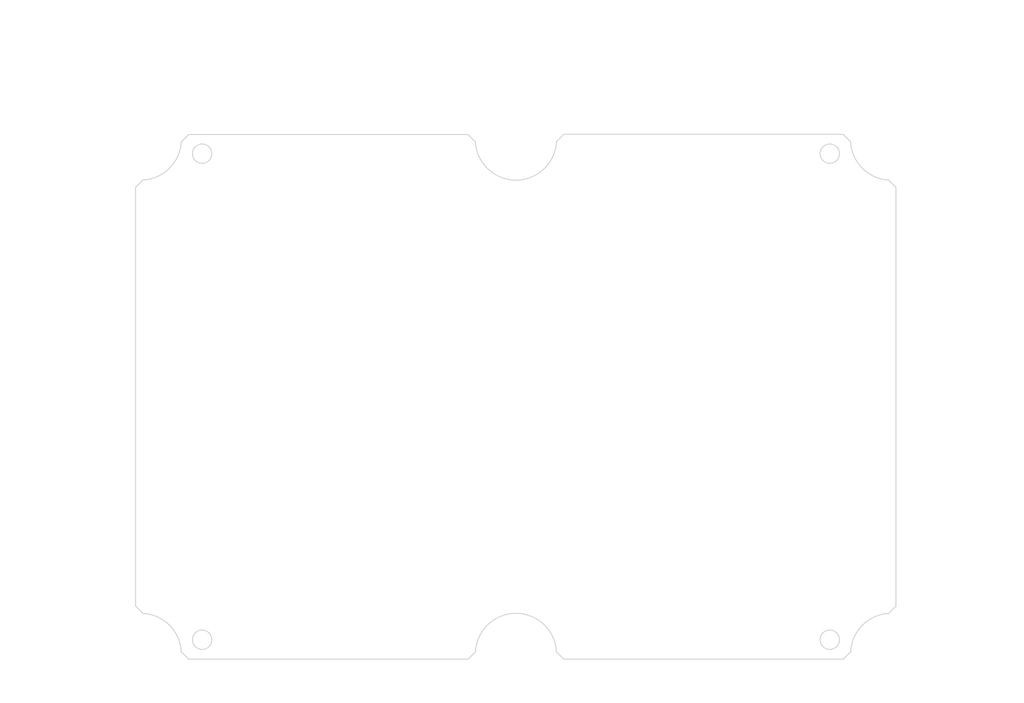
<source format=kicad_pcb>
(kicad_pcb (version 20171130) (host pcbnew "(5.1.0)-1")

  (general
    (thickness 1.6)
    (drawings 141)
    (tracks 0)
    (zones 0)
    (modules 0)
    (nets 1)
  )

  (page A3)
  (layers
    (0 F.Cu signal)
    (31 B.Cu signal)
    (32 B.Adhes user)
    (33 F.Adhes user)
    (34 B.Paste user)
    (35 F.Paste user)
    (36 B.SilkS user)
    (37 F.SilkS user)
    (38 B.Mask user)
    (39 F.Mask user)
    (40 Dwgs.User user)
    (41 Cmts.User user)
    (42 Eco1.User user)
    (43 Eco2.User user)
    (44 Edge.Cuts user)
    (45 Margin user)
    (46 B.CrtYd user)
    (47 F.CrtYd user)
    (48 B.Fab user)
    (49 F.Fab user)
  )

  (setup
    (last_trace_width 0.25)
    (trace_clearance 0.2)
    (zone_clearance 0.508)
    (zone_45_only no)
    (trace_min 0.2)
    (via_size 0.8)
    (via_drill 0.4)
    (via_min_size 0.4)
    (via_min_drill 0.3)
    (uvia_size 0.3)
    (uvia_drill 0.1)
    (uvias_allowed no)
    (uvia_min_size 0.2)
    (uvia_min_drill 0.1)
    (edge_width 0.05)
    (segment_width 0.2)
    (pcb_text_width 0.3)
    (pcb_text_size 1.5 1.5)
    (mod_edge_width 0.12)
    (mod_text_size 1 1)
    (mod_text_width 0.15)
    (pad_size 1.524 1.524)
    (pad_drill 0.762)
    (pad_to_mask_clearance 0.051)
    (solder_mask_min_width 0.25)
    (aux_axis_origin 0 0)
    (visible_elements FFFFFF7F)
    (pcbplotparams
      (layerselection 0x010fc_ffffffff)
      (usegerberextensions false)
      (usegerberattributes false)
      (usegerberadvancedattributes false)
      (creategerberjobfile false)
      (excludeedgelayer true)
      (linewidth 0.152400)
      (plotframeref false)
      (viasonmask false)
      (mode 1)
      (useauxorigin false)
      (hpglpennumber 1)
      (hpglpenspeed 20)
      (hpglpendiameter 15.000000)
      (psnegative false)
      (psa4output false)
      (plotreference true)
      (plotvalue true)
      (plotinvisibletext false)
      (padsonsilk false)
      (subtractmaskfromsilk false)
      (outputformat 1)
      (mirror false)
      (drillshape 1)
      (scaleselection 1)
      (outputdirectory ""))
  )

  (net 0 "")

  (net_class Default "This is the default net class."
    (clearance 0.2)
    (trace_width 0.25)
    (via_dia 0.8)
    (via_drill 0.4)
    (uvia_dia 0.3)
    (uvia_drill 0.1)
  )

  (gr_circle (center 274.485198 99.305843) (end 276.535198 99.305843) (layer Edge.Cuts) (width 0.2))
  (gr_circle (center 274.485198 202.305843) (end 276.535198 202.305843) (layer Edge.Cuts) (width 0.2))
  (gr_circle (center 141.485198 202.305843) (end 143.535198 202.305843) (layer Edge.Cuts) (width 0.2))
  (gr_circle (center 141.485198 99.305843) (end 143.535198 99.305843) (layer Edge.Cuts) (width 0.2))
  (gr_line (start 277.332854 95.19903) (end 218.136325 95.19903) (layer Edge.Cuts) (width 0.2))
  (gr_line (start 218.136325 95.19903) (end 216.548825 96.78653) (layer Edge.Cuts) (width 0.2))
  (gr_line (start 216.548825 96.78653) (end 216.548825 97.171483) (layer Edge.Cuts) (width 0.2))
  (gr_arc (start 207.985198 96.305843) (end 199.421571 97.171483) (angle -168.4559185) (layer Edge.Cuts) (width 0.2))
  (gr_line (start 199.421571 97.171483) (end 199.421571 96.841218) (layer Edge.Cuts) (width 0.2))
  (gr_line (start 199.421571 96.841218) (end 197.834071 95.253718) (layer Edge.Cuts) (width 0.2))
  (gr_line (start 197.834071 95.253718) (end 138.622244 95.253718) (layer Edge.Cuts) (width 0.2))
  (gr_line (start 138.622244 95.253718) (end 137.034744 96.841218) (layer Edge.Cuts) (width 0.2))
  (gr_line (start 137.034744 96.841218) (end 137.034744 97.170785) (layer Edge.Cuts) (width 0.2))
  (gr_arc (start 128.485198 96.305843) (end 129.350128 104.85539) (angle -78.44637459) (layer Edge.Cuts) (width 0.2))
  (gr_line (start 129.350128 104.85539) (end 128.975064 104.85539) (layer Edge.Cuts) (width 0.2))
  (gr_line (start 128.975064 104.85539) (end 127.387564 106.44289) (layer Edge.Cuts) (width 0.2))
  (gr_line (start 127.387564 106.44289) (end 127.387564 195.168796) (layer Edge.Cuts) (width 0.2))
  (gr_line (start 127.387564 195.168796) (end 128.975064 196.756296) (layer Edge.Cuts) (width 0.2))
  (gr_line (start 128.975064 196.756296) (end 129.350128 196.756296) (layer Edge.Cuts) (width 0.2))
  (gr_arc (start 128.485198 205.305843) (end 137.034744 204.440901) (angle -78.44637459) (layer Edge.Cuts) (width 0.2))
  (gr_line (start 137.034744 204.440901) (end 137.034744 204.825157) (layer Edge.Cuts) (width 0.2))
  (gr_line (start 137.034744 204.825157) (end 138.622244 206.412657) (layer Edge.Cuts) (width 0.2))
  (gr_line (start 138.622244 206.412657) (end 197.848151 206.412657) (layer Edge.Cuts) (width 0.2))
  (gr_line (start 197.848151 206.412657) (end 199.435651 204.825157) (layer Edge.Cuts) (width 0.2))
  (gr_line (start 199.435651 204.825157) (end 199.435651 204.440914) (layer Edge.Cuts) (width 0.2))
  (gr_arc (start 207.985198 205.305843) (end 216.534745 204.440914) (angle -168.446457) (layer Edge.Cuts) (width 0.2))
  (gr_line (start 216.534745 204.440914) (end 216.534745 204.825157) (layer Edge.Cuts) (width 0.2))
  (gr_line (start 216.534745 204.825157) (end 218.122245 206.412657) (layer Edge.Cuts) (width 0.2))
  (gr_line (start 218.122245 206.412657) (end 277.348152 206.412657) (layer Edge.Cuts) (width 0.2))
  (gr_line (start 277.348152 206.412657) (end 278.935652 204.825157) (layer Edge.Cuts) (width 0.2))
  (gr_line (start 278.935652 204.825157) (end 278.935652 204.440901) (layer Edge.Cuts) (width 0.2))
  (gr_arc (start 287.485198 205.305843) (end 286.620268 196.756296) (angle -78.44637459) (layer Edge.Cuts) (width 0.2))
  (gr_line (start 286.620268 196.756296) (end 286.916505 196.756296) (layer Edge.Cuts) (width 0.2))
  (gr_line (start 286.916505 196.756296) (end 288.504005 195.168796) (layer Edge.Cuts) (width 0.2))
  (gr_line (start 288.504005 195.168796) (end 288.504005 106.458189) (layer Edge.Cuts) (width 0.2))
  (gr_line (start 288.504005 106.458189) (end 286.916505 104.870689) (layer Edge.Cuts) (width 0.2))
  (gr_line (start 286.916505 104.870689) (end 286.619497 104.870689) (layer Edge.Cuts) (width 0.2))
  (gr_arc (start 287.485198 96.305843) (end 278.920354 97.171557) (angle -78.45665413) (layer Edge.Cuts) (width 0.2))
  (gr_line (start 278.920354 97.171557) (end 278.920354 96.78653) (layer Edge.Cuts) (width 0.2))
  (gr_line (start 278.920354 96.78653) (end 277.332854 95.19903) (layer Edge.Cuts) (width 0.2))
  (gr_line (start 207.985198 96.805843) (end 207.985198 105.41311) (layer Dwgs.User) (width 0.2))
  (gr_line (start 207.985198 96.305843) (end 207.985198 96.555843) (layer Dwgs.User) (width 0.2))
  (gr_line (start 207.985198 96.305843) (end 207.985198 96.055843) (layer Dwgs.User) (width 0.2))
  (gr_line (start 207.985198 96.305843) (end 207.735198 96.305843) (layer Dwgs.User) (width 0.2))
  (gr_line (start 207.985198 96.305843) (end 208.235198 96.305843) (layer Dwgs.User) (width 0.2))
  (gr_text [3.61] (at 205.45944 152.702344) (layer Dwgs.User)
    (effects (font (size 1.7 1.53) (thickness 0.2125)))
  )
  (gr_text " 91.80" (at 205.45944 149.144909) (layer Dwgs.User)
    (effects (font (size 1.7 1.53) (thickness 0.2125)))
  )
  (gr_line (start 205.45944 194.712657) (end 205.45944 154.370318) (layer Dwgs.User) (width 0.2))
  (gr_line (start 205.45944 106.91311) (end 205.45944 147.255448) (layer Dwgs.User) (width 0.2))
  (gr_line (start 206.985198 196.712657) (end 202.28444 196.712657) (layer Dwgs.User) (width 0.2))
  (gr_line (start 206.985198 104.91311) (end 202.28444 104.91311) (layer Dwgs.User) (width 0.2))
  (gr_text [R0.34] (at 224.147885 109.116695) (layer Dwgs.User)
    (effects (font (size 1.7 1.53) (thickness 0.2125)))
  )
  (gr_text " R8.61" (at 224.147885 105.55926) (layer Dwgs.User)
    (effects (font (size 1.7 1.53) (thickness 0.2125)))
  )
  (gr_line (start 217.677114 107.227234) (end 215.025792 104.239577) (layer Dwgs.User) (width 0.2))
  (gr_line (start 219.677114 107.227234) (end 217.677114 107.227234) (layer Dwgs.User) (width 0.2))
  (gr_text [.04] (at 224.238441 90.601797) (layer Dwgs.User)
    (effects (font (size 1.7 1.53) (thickness 0.2125)))
  )
  (gr_text " 1.11" (at 224.238441 87.058857) (layer Dwgs.User)
    (effects (font (size 1.7 1.53) (thickness 0.2125)))
  )
  (gr_line (start 219.01542 88.712336) (end 221.01542 88.712336) (layer Dwgs.User) (width 0.2))
  (gr_line (start 219.01542 93.19903) (end 219.01542 88.712336) (layer Dwgs.User) (width 0.2))
  (gr_line (start 219.01542 98.305843) (end 219.01542 100.305843) (layer Dwgs.User) (width 0.2))
  (gr_line (start 208.985198 96.305843) (end 222.19042 96.305843) (layer Dwgs.User) (width 0.2))
  (gr_text "1.59 X 45.0° Chamfer" (at 289.541578 215.293848) (layer Dwgs.User)
    (effects (font (size 1.7 1.53) (thickness 0.2125)) (justify left bottom))
  )
  (gr_line (start 285.970937 214.414694) (end 288.470937 214.414694) (layer Dwgs.User) (width 0.2))
  (gr_line (start 279.804063 207.486316) (end 285.970937 214.414694) (layer Dwgs.User) (width 0.2))
  (gr_line (start 279.430581 207.818749) (end 280.177545 207.153884) (layer Dwgs.User) (width 0.2))
  (gr_line (start 278.141902 205.618907) (end 279.430581 207.818749) (layer Dwgs.User) (width 0.2))
  (gr_line (start 280.177545 207.153884) (end 278.141902 205.618907) (layer Dwgs.User) (width 0.2))
  (gr_line (start 279.430572 207.81875) (end 280.177547 207.153886) (layer Dwgs.User) (width 0.2))
  (gr_line (start 278.14191 205.618904) (end 279.430572 207.81875) (layer Dwgs.User) (width 0.2))
  (gr_line (start 280.177547 207.153886) (end 278.14191 205.618904) (layer Dwgs.User) (width 0.2))
  (gr_line (start 279.804063 207.486316) (end 278.141902 205.618907) (layer Dwgs.User) (width 0.2))
  (gr_text [5.24] (at 200.53055 85.195304) (layer Dwgs.User)
    (effects (font (size 1.7 1.53) (thickness 0.2125)))
  )
  (gr_text " 133.00" (at 200.53055 81.637289) (layer Dwgs.User)
    (effects (font (size 1.7 1.53) (thickness 0.2125)))
  )
  (gr_line (start 272.485198 83.305843) (end 205.235564 83.305843) (layer Dwgs.User) (width 0.2))
  (gr_line (start 143.485198 83.305843) (end 195.825536 83.305843) (layer Dwgs.User) (width 0.2))
  (gr_line (start 274.485198 98.305843) (end 274.485198 80.130843) (layer Dwgs.User) (width 0.2))
  (gr_line (start 141.485198 98.305843) (end 141.485198 80.130843) (layer Dwgs.User) (width 0.2))
  (gr_text [4.06] (at 299.939732 152.695304) (layer Dwgs.User)
    (effects (font (size 1.7 1.53) (thickness 0.2125)))
  )
  (gr_text " 103.00" (at 299.939732 149.137289) (layer Dwgs.User)
    (effects (font (size 1.7 1.53) (thickness 0.2125)))
  )
  (gr_line (start 299.939732 200.305843) (end 299.939732 154.363858) (layer Dwgs.User) (width 0.2))
  (gr_line (start 299.939732 101.305843) (end 299.939732 147.247828) (layer Dwgs.User) (width 0.2))
  (gr_line (start 275.485198 202.305843) (end 303.114732 202.305843) (layer Dwgs.User) (width 0.2))
  (gr_line (start 275.485198 99.305843) (end 303.114732 99.305843) (layer Dwgs.User) (width 0.2))
  (gr_text [5.59] (at 213.215326 76.953921) (layer Dwgs.User)
    (effects (font (size 1.7 1.53) (thickness 0.2125)))
  )
  (gr_text " 141.89" (at 213.215326 73.396486) (layer Dwgs.User)
    (effects (font (size 1.7 1.53) (thickness 0.2125)))
  )
  (gr_line (start 276.920354 75.06446) (end 217.924978 75.06446) (layer Dwgs.User) (width 0.2))
  (gr_line (start 139.034744 75.06446) (end 208.505674 75.06446) (layer Dwgs.User) (width 0.2))
  (gr_line (start 278.920354 95.78653) (end 278.920354 71.88946) (layer Dwgs.User) (width 0.2))
  (gr_line (start 137.034744 96.170785) (end 137.034744 71.88946) (layer Dwgs.User) (width 0.2))
  (gr_text [.56] (at 147.529809 93.806455) (layer Dwgs.User)
    (effects (font (size 1.7 1.53) (thickness 0.2125)))
  )
  (gr_text " 14.10" (at 147.529809 90.24902) (layer Dwgs.User)
    (effects (font (size 1.7 1.53) (thickness 0.2125)))
  )
  (gr_line (start 141.485198 91.916994) (end 143.485198 91.916994) (layer Dwgs.User) (width 0.2))
  (gr_line (start 129.387564 91.916994) (end 139.485198 91.916994) (layer Dwgs.User) (width 0.2))
  (gr_line (start 141.485198 98.305843) (end 141.485198 88.741994) (layer Dwgs.User) (width 0.2))
  (gr_line (start 127.387564 105.44289) (end 127.387564 88.741994) (layer Dwgs.User) (width 0.2))
  (gr_text [.38] (at 117.531149 92.408313) (layer Dwgs.User)
    (effects (font (size 1.7 1.53) (thickness 0.2125)))
  )
  (gr_text " 9.60" (at 117.531149 88.850877) (layer Dwgs.User)
    (effects (font (size 1.7 1.53) (thickness 0.2125)))
  )
  (gr_line (start 112.14694 90.518852) (end 114.14694 90.518852) (layer Dwgs.User) (width 0.2))
  (gr_line (start 112.14694 95.253718) (end 112.14694 90.518852) (layer Dwgs.User) (width 0.2))
  (gr_line (start 112.14694 102.85539) (end 112.14694 97.253718) (layer Dwgs.User) (width 0.2))
  (gr_line (start 137.622244 95.253718) (end 108.97194 95.253718) (layer Dwgs.User) (width 0.2))
  (gr_line (start 127.975064 104.85539) (end 108.97194 104.85539) (layer Dwgs.User) (width 0.2))
  (gr_text [3.84] (at 111.193205 159.510558) (layer Dwgs.User)
    (effects (font (size 1.7 1.53) (thickness 0.2125)))
  )
  (gr_text " 97.45" (at 111.193205 155.953122) (layer Dwgs.User)
    (effects (font (size 1.7 1.53) (thickness 0.2125)))
  )
  (gr_line (start 111.193205 200.305843) (end 111.193205 161.178532) (layer Dwgs.User) (width 0.2))
  (gr_line (start 111.193205 106.85539) (end 111.193205 154.063661) (layer Dwgs.User) (width 0.2))
  (gr_line (start 140.485198 202.305843) (end 108.018205 202.305843) (layer Dwgs.User) (width 0.2))
  (gr_line (start 127.975064 104.85539) (end 108.018205 104.85539) (layer Dwgs.User) (width 0.2))
  (gr_text [.38] (at 121.994078 84.238597) (layer Dwgs.User)
    (effects (font (size 1.7 1.53) (thickness 0.2125)))
  )
  (gr_text " 9.65" (at 121.994078 80.681162) (layer Dwgs.User)
    (effects (font (size 1.7 1.53) (thickness 0.2125)))
  )
  (gr_line (start 127.387564 82.349136) (end 125.387564 82.349136) (layer Dwgs.User) (width 0.2))
  (gr_line (start 135.034744 82.349136) (end 129.387564 82.349136) (layer Dwgs.User) (width 0.2))
  (gr_line (start 137.034744 96.170785) (end 137.034744 79.174136) (layer Dwgs.User) (width 0.2))
  (gr_line (start 127.387564 105.44289) (end 127.387564 79.174136) (layer Dwgs.User) (width 0.2))
  (gr_text [.16] (at 157.485198 90.999667) (layer Dwgs.User)
    (effects (font (size 1.7 1.53) (thickness 0.2125)))
  )
  (gr_text " 4.05" (at 157.485198 87.442232) (layer Dwgs.User)
    (effects (font (size 1.7 1.53) (thickness 0.2125)))
  )
  (gr_line (start 152.091712 89.110206) (end 154.091712 89.110206) (layer Dwgs.User) (width 0.2))
  (gr_line (start 152.091712 93.253718) (end 152.091712 89.110206) (layer Dwgs.User) (width 0.2))
  (gr_line (start 152.091712 101.305843) (end 152.091712 103.305843) (layer Dwgs.User) (width 0.2))
  (gr_line (start 142.485198 99.305843) (end 155.266712 99.305843) (layer Dwgs.User) (width 0.2))
  (gr_line (start 141.485198 99.395843) (end 141.485198 99.215843) (layer Dwgs.User) (width 0.2))
  (gr_line (start 141.395198 99.305843) (end 141.575198 99.305843) (layer Dwgs.User) (width 0.2))
  (gr_text " ∅4.10\n[∅0.16]" (at 156.463516 111.685693) (layer Dwgs.User)
    (effects (font (size 1.7 1.53) (thickness 0.2125)))
  )
  (gr_line (start 149.926647 111.685693) (end 143.766831 102.651983) (layer Dwgs.User) (width 0.2))
  (gr_line (start 151.926647 111.685693) (end 149.926647 111.685693) (layer Dwgs.User) (width 0.2))
  (gr_text [R0.34] (at 297.170436 210.054845) (layer Dwgs.User)
    (effects (font (size 1.7 1.53) (thickness 0.2125)))
  )
  (gr_text " R8.59" (at 297.170436 206.49741) (layer Dwgs.User)
    (effects (font (size 1.7 1.53) (thickness 0.2125)))
  )
  (gr_line (start 290.699665 208.165384) (end 282.559091 200.923654) (layer Dwgs.User) (width 0.2))
  (gr_line (start 292.699665 208.165384) (end 290.699665 208.165384) (layer Dwgs.User) (width 0.2))
  (gr_text [4.38] (at 103.406576 152.722648) (layer Dwgs.User)
    (effects (font (size 1.7 1.53) (thickness 0.2125)))
  )
  (gr_text " 111.16" (at 103.406576 149.165213) (layer Dwgs.User)
    (effects (font (size 1.7 1.53) (thickness 0.2125)))
  )
  (gr_line (start 103.406576 97.253718) (end 103.406576 147.275752) (layer Dwgs.User) (width 0.2))
  (gr_line (start 103.406576 204.412657) (end 103.406576 154.390622) (layer Dwgs.User) (width 0.2))
  (gr_line (start 137.622244 95.253718) (end 100.231576 95.253718) (layer Dwgs.User) (width 0.2))
  (gr_line (start 137.622244 206.412657) (end 100.231576 206.412657) (layer Dwgs.User) (width 0.2))
  (gr_text [6.34] (at 198.30972 71.905622) (layer Dwgs.User)
    (effects (font (size 1.7 1.53) (thickness 0.2125)))
  )
  (gr_text " 161.12" (at 198.30972 68.348187) (layer Dwgs.User)
    (effects (font (size 1.7 1.53) (thickness 0.2125)))
  )
  (gr_line (start 286.504005 70.016161) (end 203.008936 70.016161) (layer Dwgs.User) (width 0.2))
  (gr_line (start 129.387564 70.016161) (end 193.610505 70.016161) (layer Dwgs.User) (width 0.2))
  (gr_line (start 288.504005 105.458189) (end 288.504005 66.841161) (layer Dwgs.User) (width 0.2))
  (gr_line (start 127.387564 105.44289) (end 127.387564 66.841161) (layer Dwgs.User) (width 0.2))

)

</source>
